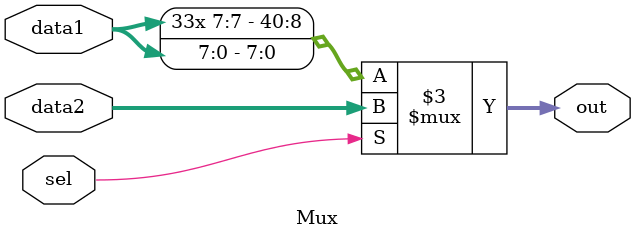
<source format=v>
module Mux(
data1,
data2,
sel,
out
  );

input sel;
input signed [7:0]data1;
input signed [40:0]data2;
output signed [40:0]out;

assign out=sel==0?data1:data2;

endmodule
</source>
